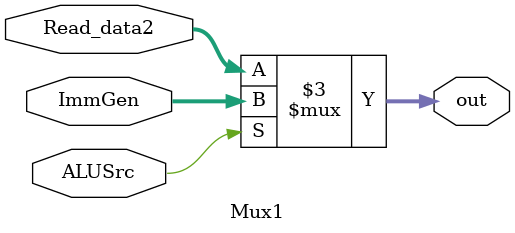
<source format=v>
`timescale 1ns / 1ps


module Mux1(
    input wire [31:0] Read_data2, ImmGen, 
    input wire ALUSrc,
    output reg [31:0] out
    );
    
     always @ (*) begin
        if (ALUSrc) begin
            out = ImmGen; // Branch target address
        end else begin
            out = Read_data2; // Next sequential instruction address (PC+4)
        end
    end
endmodule

</source>
